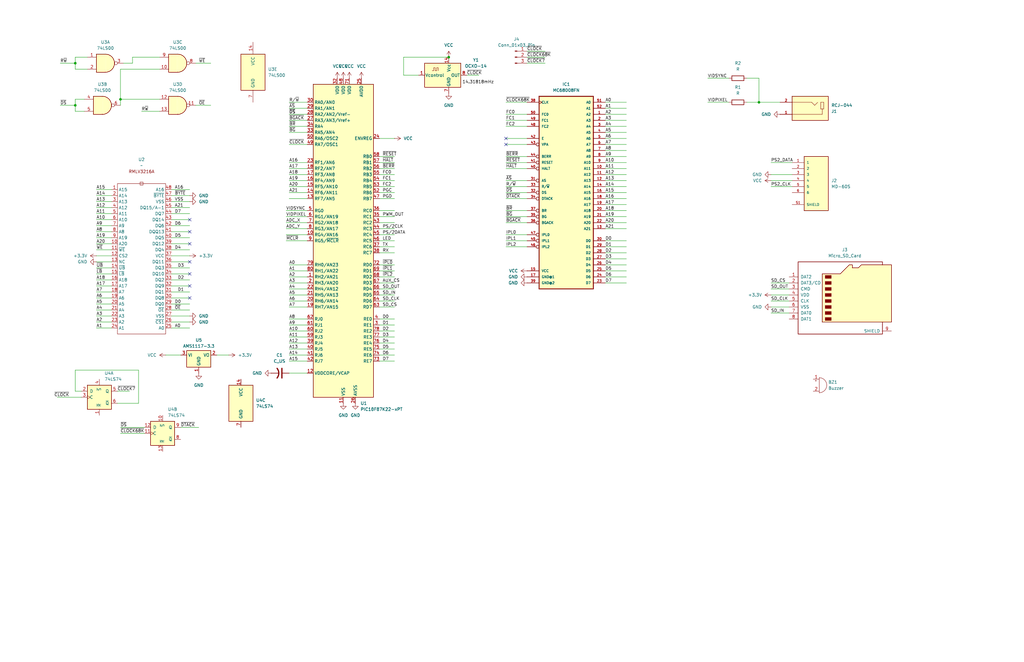
<source format=kicad_sch>
(kicad_sch (version 20250114) (generator "eeschema") (generator_version "9.0")
  (paper "B")
  (junction (at 189.23 24.13))
  (junction (at 320.04 43.18))
  (junction (at 50.8 41.91))
  (junction (at 31.75 44.45))
  (junction (at 31.75 26.67))
  (no_connect (at 80.01 125.73))
  (no_connect (at 80.01 110.49))
  (no_connect (at 80.01 92.71))
  (no_connect (at 80.01 97.79))
  (no_connect (at 213.36 58.42))
  (no_connect (at 80.01 115.57))
  (no_connect (at 80.01 120.65))
  (no_connect (at 213.36 60.96))
  (no_connect (at 80.01 102.87))
  (wire (pts (xy 255.27 101.6) (xy 264.16 101.6)))
  (wire (pts (xy 120.65 91.44) (xy 129.54 91.44)))
  (wire (pts (xy 72.39 85.09) (xy 80.01 85.09)))
  (wire (pts (xy 320.04 33.02) (xy 320.04 43.18)))
  (wire (pts (xy 160.02 114.3) (xy 166.37 114.3)))
  (wire (pts (xy 121.92 149.86) (xy 129.54 149.86)))
  (wire (pts (xy 40.64 85.09) (xy 46.99 85.09)))
  (wire (pts (xy 160.02 137.16) (xy 166.37 137.16)))
  (wire (pts (xy 82.55 44.45) (xy 88.9 44.45)))
  (wire (pts (xy 72.39 125.73) (xy 80.01 125.73)))
  (wire (pts (xy 72.39 113.03) (xy 80.01 113.03)))
  (wire (pts (xy 40.64 100.33) (xy 46.99 100.33)))
  (wire (pts (xy 213.36 104.14) (xy 222.25 104.14)))
  (wire (pts (xy 160.02 116.84) (xy 166.37 116.84)))
  (wire (pts (xy 213.36 91.44) (xy 222.25 91.44)))
  (wire (pts (xy 160.02 76.2) (xy 166.37 76.2)))
  (wire (pts (xy 170.18 24.13) (xy 170.18 31.75)))
  (wire (pts (xy 160.02 144.78) (xy 166.37 144.78)))
  (wire (pts (xy 25.4 44.45) (xy 31.75 44.45)))
  (wire (pts (xy 40.64 92.71) (xy 46.99 92.71)))
  (wire (pts (xy 40.64 90.17) (xy 46.99 90.17)))
  (wire (pts (xy 72.39 135.89) (xy 80.01 135.89)))
  (wire (pts (xy 255.27 104.14) (xy 264.16 104.14)))
  (wire (pts (xy 255.27 109.22) (xy 264.16 109.22)))
  (wire (pts (xy 58.42 170.18) (xy 58.42 156.21)))
  (wire (pts (xy 120.65 88.9) (xy 129.54 88.9)))
  (wire (pts (xy 121.92 142.24) (xy 129.54 142.24)))
  (wire (pts (xy 298.45 33.02) (xy 307.34 33.02)))
  (wire (pts (xy 121.92 147.32) (xy 129.54 147.32)))
  (wire (pts (xy 160.02 119.38) (xy 166.37 119.38)))
  (wire (pts (xy 255.27 111.76) (xy 264.16 111.76)))
  (wire (pts (xy 121.92 71.12) (xy 129.54 71.12)))
  (wire (pts (xy 255.27 76.2) (xy 264.16 76.2)))
  (wire (pts (xy 160.02 152.4) (xy 166.37 152.4)))
  (wire (pts (xy 40.64 82.55) (xy 46.99 82.55)))
  (wire (pts (xy 213.36 48.26) (xy 222.25 48.26)))
  (wire (pts (xy 49.53 165.1) (xy 54.61 165.1)))
  (wire (pts (xy 160.02 134.62) (xy 166.37 134.62)))
  (wire (pts (xy 40.64 97.79) (xy 46.99 97.79)))
  (wire (pts (xy 25.4 26.67) (xy 31.75 26.67)))
  (wire (pts (xy 189.23 24.13) (xy 170.18 24.13)))
  (wire (pts (xy 91.44 149.86) (xy 96.52 149.86)))
  (wire (pts (xy 255.27 91.44) (xy 264.16 91.44)))
  (wire (pts (xy 213.36 43.18) (xy 222.25 43.18)))
  (wire (pts (xy 213.36 60.96) (xy 222.25 60.96)))
  (wire (pts (xy 160.02 93.98) (xy 166.37 93.98)))
  (wire (pts (xy 72.39 138.43) (xy 80.01 138.43)))
  (wire (pts (xy 325.12 124.46) (xy 332.74 124.46)))
  (wire (pts (xy 213.36 81.28) (xy 222.25 81.28)))
  (wire (pts (xy 50.8 41.91) (xy 67.31 41.91)))
  (wire (pts (xy 325.12 119.38) (xy 332.74 119.38)))
  (wire (pts (xy 72.39 110.49) (xy 80.01 110.49)))
  (wire (pts (xy 40.64 110.49) (xy 46.99 110.49)))
  (wire (pts (xy 320.04 43.18) (xy 328.93 43.18)))
  (wire (pts (xy 255.27 45.72) (xy 264.16 45.72)))
  (wire (pts (xy 160.02 96.52) (xy 166.37 96.52)))
  (wire (pts (xy 40.64 128.27) (xy 46.99 128.27)))
  (wire (pts (xy 72.39 115.57) (xy 80.01 115.57)))
  (wire (pts (xy 222.25 26.67) (xy 229.87 26.67)))
  (wire (pts (xy 121.92 53.34) (xy 129.54 53.34)))
  (wire (pts (xy 120.65 96.52) (xy 129.54 96.52)))
  (wire (pts (xy 255.27 86.36) (xy 264.16 86.36)))
  (wire (pts (xy 121.92 43.18) (xy 129.54 43.18)))
  (wire (pts (xy 40.64 138.43) (xy 46.99 138.43)))
  (wire (pts (xy 40.64 107.95) (xy 46.99 107.95)))
  (wire (pts (xy 120.65 99.06) (xy 129.54 99.06)))
  (wire (pts (xy 31.75 156.21) (xy 31.75 165.1)))
  (wire (pts (xy 121.92 45.72) (xy 129.54 45.72)))
  (wire (pts (xy 213.36 66.04) (xy 222.25 66.04)))
  (wire (pts (xy 72.39 130.81) (xy 80.01 130.81)))
  (wire (pts (xy 325.12 132.08) (xy 332.74 132.08)))
  (wire (pts (xy 121.92 48.26) (xy 129.54 48.26)))
  (wire (pts (xy 160.02 78.74) (xy 166.37 78.74)))
  (wire (pts (xy 72.39 102.87) (xy 80.01 102.87)))
  (wire (pts (xy 121.92 68.58) (xy 129.54 68.58)))
  (wire (pts (xy 160.02 129.54) (xy 166.37 129.54)))
  (wire (pts (xy 121.92 83.82) (xy 129.54 83.82)))
  (wire (pts (xy 69.85 149.86) (xy 76.2 149.86)))
  (wire (pts (xy 255.27 73.66) (xy 264.16 73.66)))
  (wire (pts (xy 255.27 96.52) (xy 264.16 96.52)))
  (wire (pts (xy 160.02 142.24) (xy 166.37 142.24)))
  (wire (pts (xy 121.92 121.92) (xy 129.54 121.92)))
  (wire (pts (xy 213.36 101.6) (xy 222.25 101.6)))
  (wire (pts (xy 72.39 95.25) (xy 80.01 95.25)))
  (wire (pts (xy 213.36 88.9) (xy 222.25 88.9)))
  (wire (pts (xy 40.64 118.11) (xy 46.99 118.11)))
  (wire (pts (xy 40.64 87.63) (xy 46.99 87.63)))
  (wire (pts (xy 121.92 60.96) (xy 129.54 60.96)))
  (wire (pts (xy 213.36 68.58) (xy 222.25 68.58)))
  (wire (pts (xy 31.75 46.99) (xy 35.56 46.99)))
  (wire (pts (xy 40.64 102.87) (xy 46.99 102.87)))
  (wire (pts (xy 121.92 114.3) (xy 129.54 114.3)))
  (wire (pts (xy 121.92 81.28) (xy 129.54 81.28)))
  (wire (pts (xy 72.39 105.41) (xy 80.01 105.41)))
  (wire (pts (xy 160.02 91.44) (xy 166.37 91.44)))
  (wire (pts (xy 255.27 66.04) (xy 264.16 66.04)))
  (wire (pts (xy 72.39 133.35) (xy 80.01 133.35)))
  (wire (pts (xy 255.27 63.5) (xy 264.16 63.5)))
  (wire (pts (xy 160.02 124.46) (xy 166.37 124.46)))
  (wire (pts (xy 160.02 101.6) (xy 166.37 101.6)))
  (wire (pts (xy 55.88 26.67) (xy 55.88 24.13)))
  (wire (pts (xy 40.64 115.57) (xy 46.99 115.57)))
  (wire (pts (xy 31.75 41.91) (xy 31.75 44.45)))
  (wire (pts (xy 72.39 90.17) (xy 80.01 90.17)))
  (wire (pts (xy 255.27 60.96) (xy 264.16 60.96)))
  (wire (pts (xy 213.36 83.82) (xy 222.25 83.82)))
  (wire (pts (xy 72.39 80.01) (xy 80.01 80.01)))
  (wire (pts (xy 213.36 71.12) (xy 222.25 71.12)))
  (wire (pts (xy 121.92 116.84) (xy 129.54 116.84)))
  (wire (pts (xy 49.53 170.18) (xy 58.42 170.18)))
  (wire (pts (xy 121.92 157.48) (xy 129.54 157.48)))
  (wire (pts (xy 36.83 24.13) (xy 31.75 24.13)))
  (wire (pts (xy 255.27 83.82) (xy 264.16 83.82)))
  (wire (pts (xy 40.64 123.19) (xy 46.99 123.19)))
  (wire (pts (xy 120.65 93.98) (xy 129.54 93.98)))
  (wire (pts (xy 121.92 111.76) (xy 129.54 111.76)))
  (wire (pts (xy 222.25 24.13) (xy 229.87 24.13)))
  (wire (pts (xy 160.02 127) (xy 166.37 127)))
  (wire (pts (xy 121.92 127) (xy 129.54 127)))
  (wire (pts (xy 160.02 66.04) (xy 166.37 66.04)))
  (wire (pts (xy 160.02 106.68) (xy 166.37 106.68)))
  (wire (pts (xy 40.64 120.65) (xy 46.99 120.65)))
  (wire (pts (xy 121.92 124.46) (xy 129.54 124.46)))
  (wire (pts (xy 213.36 99.06) (xy 222.25 99.06)))
  (wire (pts (xy 160.02 83.82) (xy 166.37 83.82)))
  (wire (pts (xy 255.27 116.84) (xy 264.16 116.84)))
  (wire (pts (xy 82.55 26.67) (xy 88.9 26.67)))
  (wire (pts (xy 160.02 68.58) (xy 166.37 68.58)))
  (wire (pts (xy 255.27 48.26) (xy 264.16 48.26)))
  (wire (pts (xy 213.36 58.42) (xy 222.25 58.42)))
  (wire (pts (xy 72.39 92.71) (xy 80.01 92.71)))
  (wire (pts (xy 325.12 121.92) (xy 332.74 121.92)))
  (wire (pts (xy 40.64 135.89) (xy 46.99 135.89)))
  (wire (pts (xy 160.02 149.86) (xy 166.37 149.86)))
  (wire (pts (xy 72.39 123.19) (xy 80.01 123.19)))
  (wire (pts (xy 35.56 41.91) (xy 31.75 41.91)))
  (wire (pts (xy 160.02 121.92) (xy 166.37 121.92)))
  (wire (pts (xy 40.64 130.81) (xy 46.99 130.81)))
  (wire (pts (xy 213.36 53.34) (xy 222.25 53.34)))
  (wire (pts (xy 213.36 50.8) (xy 222.25 50.8)))
  (wire (pts (xy 255.27 43.18) (xy 264.16 43.18)))
  (wire (pts (xy 213.36 78.74) (xy 222.25 78.74)))
  (wire (pts (xy 121.92 129.54) (xy 129.54 129.54)))
  (wire (pts (xy 121.92 137.16) (xy 129.54 137.16)))
  (wire (pts (xy 255.27 50.8) (xy 264.16 50.8)))
  (wire (pts (xy 160.02 104.14) (xy 166.37 104.14)))
  (wire (pts (xy 72.39 87.63) (xy 80.01 87.63)))
  (wire (pts (xy 40.64 113.03) (xy 46.99 113.03)))
  (wire (pts (xy 325.12 127) (xy 332.74 127)))
  (wire (pts (xy 72.39 118.11) (xy 80.01 118.11)))
  (wire (pts (xy 314.96 43.18) (xy 320.04 43.18)))
  (wire (pts (xy 31.75 29.21) (xy 36.83 29.21)))
  (wire (pts (xy 255.27 71.12) (xy 264.16 71.12)))
  (wire (pts (xy 40.64 133.35) (xy 46.99 133.35)))
  (wire (pts (xy 31.75 165.1) (xy 34.29 165.1)))
  (wire (pts (xy 50.8 41.91) (xy 50.8 29.21)))
  (wire (pts (xy 121.92 73.66) (xy 129.54 73.66)))
  (wire (pts (xy 76.2 180.34) (xy 83.82 180.34)))
  (wire (pts (xy 160.02 99.06) (xy 166.37 99.06)))
  (wire (pts (xy 255.27 106.68) (xy 264.16 106.68)))
  (wire (pts (xy 255.27 81.28) (xy 264.16 81.28)))
  (wire (pts (xy 160.02 139.7) (xy 166.37 139.7)))
  (wire (pts (xy 325.12 78.74) (xy 334.01 78.74)))
  (wire (pts (xy 50.8 180.34) (xy 60.96 180.34)))
  (wire (pts (xy 121.92 144.78) (xy 129.54 144.78)))
  (wire (pts (xy 52.07 26.67) (xy 55.88 26.67)))
  (wire (pts (xy 160.02 111.76) (xy 166.37 111.76)))
  (wire (pts (xy 72.39 107.95) (xy 80.01 107.95)))
  (wire (pts (xy 121.92 78.74) (xy 129.54 78.74)))
  (wire (pts (xy 170.18 31.75) (xy 176.53 31.75)))
  (wire (pts (xy 40.64 80.01) (xy 46.99 80.01)))
  (wire (pts (xy 255.27 58.42) (xy 264.16 58.42)))
  (wire (pts (xy 50.8 182.88) (xy 60.96 182.88)))
  (wire (pts (xy 160.02 81.28) (xy 166.37 81.28)))
  (wire (pts (xy 31.75 44.45) (xy 31.75 46.99)))
  (wire (pts (xy 160.02 73.66) (xy 166.37 73.66)))
  (wire (pts (xy 255.27 114.3) (xy 264.16 114.3)))
  (wire (pts (xy 213.36 93.98) (xy 222.25 93.98)))
  (wire (pts (xy 120.65 101.6) (xy 129.54 101.6)))
  (wire (pts (xy 255.27 119.38) (xy 264.16 119.38)))
  (wire (pts (xy 40.64 105.41) (xy 46.99 105.41)))
  (wire (pts (xy 314.96 33.02) (xy 320.04 33.02)))
  (wire (pts (xy 121.92 139.7) (xy 129.54 139.7)))
  (wire (pts (xy 31.75 24.13) (xy 31.75 26.67)))
  (wire (pts (xy 121.92 50.8) (xy 129.54 50.8)))
  (wire (pts (xy 31.75 26.67) (xy 31.75 29.21)))
  (wire (pts (xy 255.27 53.34) (xy 264.16 53.34)))
  (wire (pts (xy 255.27 55.88) (xy 264.16 55.88)))
  (wire (pts (xy 55.88 24.13) (xy 67.31 24.13)))
  (wire (pts (xy 72.39 100.33) (xy 80.01 100.33)))
  (wire (pts (xy 255.27 68.58) (xy 264.16 68.58)))
  (wire (pts (xy 121.92 76.2) (xy 129.54 76.2)))
  (wire (pts (xy 213.36 76.2) (xy 222.25 76.2)))
  (wire (pts (xy 24.13 167.64) (xy 34.29 167.64)))
  (wire (pts (xy 255.27 93.98) (xy 264.16 93.98)))
  (wire (pts (xy 121.92 119.38) (xy 129.54 119.38)))
  (wire (pts (xy 160.02 71.12) (xy 166.37 71.12)))
  (wire (pts (xy 58.42 156.21) (xy 31.75 156.21)))
  (wire (pts (xy 325.12 73.66) (xy 334.01 73.66)))
  (wire (pts (xy 40.64 95.25) (xy 46.99 95.25)))
  (wire (pts (xy 325.12 68.58) (xy 334.01 68.58)))
  (wire (pts (xy 121.92 152.4) (xy 129.54 152.4)))
  (wire (pts (xy 255.27 88.9) (xy 264.16 88.9)))
  (wire (pts (xy 72.39 120.65) (xy 80.01 120.65)))
  (wire (pts (xy 40.64 125.73) (xy 46.99 125.73)))
  (wire (pts (xy 325.12 129.54) (xy 332.74 129.54)))
  (wire (pts (xy 222.25 21.59) (xy 229.87 21.59)))
  (wire (pts (xy 160.02 88.9) (xy 166.37 88.9)))
  (wire (pts (xy 72.39 97.79) (xy 80.01 97.79)))
  (wire (pts (xy 160.02 58.42) (xy 166.37 58.42)))
  (wire (pts (xy 72.39 128.27) (xy 80.01 128.27)))
  (wire (pts (xy 50.8 44.45) (xy 50.8 41.91)))
  (wire (pts (xy 196.85 31.75) (xy 201.93 31.75)))
  (wire (pts (xy 121.92 55.88) (xy 129.54 55.88)))
  (wire (pts (xy 121.92 134.62) (xy 129.54 134.62)))
  (wire (pts (xy 325.12 76.2) (xy 334.01 76.2)))
  (wire (pts (xy 298.45 43.18) (xy 307.34 43.18)))
  (wire (pts (xy 255.27 78.74) (xy 264.16 78.74)))
  (wire (pts (xy 50.8 29.21) (xy 67.31 29.21)))
  (wire (pts (xy 59.69 46.99) (xy 67.31 46.99)))
  (wire (pts (xy 160.02 147.32) (xy 166.37 147.32)))
  (wire (pts (xy 72.39 82.55) (xy 80.01 82.55)))
  (label "A3" (at 255.27 50.8 0))
  (label "~{OE}" (at 83.82 44.45 0))
  (label "~{CLOCK7}" (at 222.25 26.67 0))
  (label "A15" (at 121.92 152.4 0))
  (label "SD_IN" (at 325.12 132.08 0))
  (label "PS2_DATA" (at 325.12 68.58 0))
  (label "A4" (at 40.64 130.81 0))
  (label "FC2" (at 161.29 78.74 0))
  (label "~{DTACK}" (at 76.2 180.34 0))
  (label "~{DTACK}" (at 213.36 83.82 0))
  (label "D5" (at 73.66 100.33 0))
  (label "~{BERR}" (at 213.36 66.04 0))
  (label "~{LB}" (at 40.64 115.57 0))
  (label "D0" (at 161.29 134.62 0))
  (label "~{BERR}" (at 161.29 71.12 0))
  (label "PWM_OUT" (at 161.29 91.44 0))
  (label "A21" (at 121.92 81.28 0))
  (label "~{DS}" (at 50.8 180.34 0))
  (label "A5" (at 121.92 124.46 0))
  (label "FC2" (at 213.36 53.34 0))
  (label "~{BGACK}" (at 121.92 50.8 0))
  (label "A8" (at 121.92 134.62 0))
  (label "D2" (at 161.29 139.7 0))
  (label "D1" (at 161.29 137.16 0))
  (label "~{CLOCK68K}" (at 50.8 182.88 0))
  (label "SD_IN" (at 161.29 124.46 0))
  (label "A18" (at 121.92 73.66 0))
  (label "~{CLOCK}" (at 196.85 31.75 0))
  (label "A4" (at 255.27 53.34 0))
  (label "A12" (at 255.27 73.66 0))
  (label "A0" (at 121.92 111.76 0))
  (label "A3" (at 40.64 133.35 0))
  (label "R~{W}" (at 59.69 46.99 0))
  (label "~{CLOCK7}" (at 49.53 165.1 0))
  (label "R~{W}" (at 25.4 26.67 0))
  (label "A17" (at 121.92 71.12 0))
  (label "~{BGACK}" (at 213.36 93.98 0))
  (label "LED" (at 161.29 101.6 0))
  (label "VIDPIXEL" (at 298.45 43.18 0))
  (label "A1" (at 40.64 138.43 0))
  (label "A13" (at 40.64 85.09 0))
  (label "A7" (at 40.64 123.19 0))
  (label "RX" (at 161.29 106.68 0))
  (label "PGD" (at 161.29 83.82 0))
  (label "FC0" (at 161.29 73.66 0))
  (label "A19" (at 121.92 76.2 0))
  (label "A18" (at 255.27 88.9 0))
  (label "A12" (at 40.64 87.63 0))
  (label "D1" (at 255.27 104.14 0))
  (label "A9" (at 40.64 95.25 0))
  (label "A4" (at 121.92 121.92 0))
  (label "D5" (at 255.27 114.3 0))
  (label "D3" (at 74.93 113.03 0))
  (label "A0" (at 73.66 138.43 0))
  (label "FC1" (at 161.29 76.2 0))
  (label "D4" (at 161.29 144.78 0))
  (label "IPL0" (at 213.36 99.06 0))
  (label "D7" (at 73.66 90.17 0))
  (label "TX" (at 161.29 104.14 0))
  (label "A14" (at 121.92 149.86 0))
  (label "SD_CS" (at 161.29 129.54 0))
  (label "A1" (at 121.92 114.3 0))
  (label "A0" (at 255.27 43.18 0))
  (label "D6" (at 73.66 95.25 0))
  (label "PS{slash}2DATA" (at 161.29 99.06 0))
  (label "~{CLOCK}" (at 121.92 60.96 0))
  (label "~{IPL2}" (at 161.29 116.84 0))
  (label "D1" (at 74.93 123.19 0))
  (label "A1" (at 255.27 45.72 0))
  (label "~{RESET}" (at 213.36 68.58 0))
  (label "A2" (at 121.92 116.84 0))
  (label "A11" (at 40.64 90.17 0))
  (label "IPL2" (at 213.36 104.14 0))
  (label "14.31818mHz" (at 208.28 35.56 180))
  (label "A17" (at 40.64 120.65 0))
  (label "~{BG}" (at 213.36 91.44 0))
  (label "D0" (at 255.27 101.6 0))
  (label "ADC_X" (at 120.65 93.98 0))
  (label "A21" (at 255.27 96.52 0))
  (label "~{DS}" (at 213.36 81.28 0))
  (label "A11" (at 121.92 142.24 0))
  (label "D2" (at 74.93 118.11 0))
  (label "A2" (at 255.27 48.26 0))
  (label "~{DS}" (at 25.4 44.45 0))
  (label "~{CLOCK68K}" (at 222.25 24.13 0))
  (label "A6" (at 121.92 127 0))
  (label "PS2_CLK" (at 325.12 78.74 0))
  (label "SD_OUT" (at 325.12 121.92 0))
  (label "A20" (at 121.92 78.74 0))
  (label "A2" (at 40.64 135.89 0))
  (label "A21" (at 73.66 87.63 0))
  (label "PGC" (at 161.29 81.28 0))
  (label "~{BR}" (at 213.36 88.9 0))
  (label "A5" (at 40.64 128.27 0))
  (label "~{OE}" (at 73.66 130.81 0))
  (label "A5" (at 255.27 55.88 0))
  (label "A12" (at 121.92 144.78 0))
  (label "A10" (at 40.64 92.71 0))
  (label "R{slash}~{W}" (at 213.36 78.74 0))
  (label "D2" (at 255.27 106.68 0))
  (label "PS{slash}2CLK" (at 161.29 96.52 0))
  (label "A16" (at 73.66 80.01 0))
  (label "A14" (at 40.64 82.55 0))
  (label "A10" (at 121.92 139.7 0))
  (label "IPL1" (at 213.36 101.6 0))
  (label "~{WE}" (at 83.82 26.67 0))
  (label "~{AS}" (at 121.92 45.72 0))
  (label "D7" (at 161.29 152.4 0))
  (label "D0" (at 73.66 128.27 0))
  (label "SD_CLK" (at 161.29 127 0))
  (label "A6" (at 255.27 58.42 0))
  (label "A8" (at 255.27 63.5 0))
  (label "A15" (at 40.64 80.01 0))
  (label "D7" (at 255.27 119.38 0))
  (label "A7" (at 255.27 60.96 0))
  (label "~{DS}" (at 121.92 48.26 0))
  (label "A9" (at 255.27 66.04 0))
  (label "D6" (at 255.27 116.84 0))
  (label "A19" (at 40.64 100.33 0))
  (label "A20" (at 255.27 93.98 0))
  (label "A13" (at 121.92 147.32 0))
  (label "D4" (at 255.27 111.76 0))
  (label "D6" (at 161.29 149.86 0))
  (label "D5" (at 161.29 147.32 0))
  (label "~{IPL1}" (at 161.29 114.3 0))
  (label "A13" (at 255.27 76.2 0))
  (label "~{UB}" (at 40.64 113.03 0))
  (label "A7" (at 121.92 129.54 0))
  (label "ADC_Y" (at 120.65 96.52 0))
  (label "~{HALT}" (at 213.36 71.12 0))
  (label "D4" (at 73.66 105.41 0))
  (label "A20" (at 40.64 102.87 0))
  (label "A17" (at 255.27 86.36 0))
  (label "VIDSYNC" (at 120.65 88.9 0))
  (label "~{DS}" (at 121.92 48.26 0))
  (label "A18" (at 40.64 118.11 0))
  (label "~{AS}" (at 213.36 76.2 0))
  (label "FC0" (at 213.36 48.26 0))
  (label "A11" (at 255.27 71.12 0))
  (label "VIDSYNC" (at 298.45 33.02 0))
  (label "AUX_CS" (at 161.29 119.38 0))
  (label "~{IPL0}" (at 161.29 111.76 0))
  (label "A8" (at 40.64 97.79 0))
  (label "~{CLOCK}" (at 222.25 21.59 0))
  (label "A6" (at 40.64 125.73 0))
  (label "~{BR}" (at 121.92 53.34 0))
  (label "~{MCLR}" (at 120.65 101.6 0))
  (label "A9" (at 121.92 137.16 0))
  (label "~{CLOCK68K}" (at 213.36 43.18 0))
  (label "VIDPIXEL" (at 120.65 91.44 0))
  (label "~{RESET}" (at 161.29 66.04 0))
  (label "A3" (at 121.92 119.38 0))
  (label "VSS" (at 73.66 85.09 0))
  (label "A14" (at 255.27 78.74 0))
  (label "A19" (at 255.27 91.44 0))
  (label "A16" (at 255.27 83.82 0))
  (label "R{slash}~{W}" (at 121.92 43.18 0))
  (label "D3" (at 255.27 109.22 0))
  (label "~{BG}" (at 121.92 55.88 0))
  (label "~{WE}" (at 40.64 105.41 0))
  (label "SD_CLK" (at 325.12 127 0))
  (label "SD_OUT" (at 161.29 121.92 0))
  (label "A16" (at 121.92 68.58 0))
  (label "D3" (at 161.29 142.24 0))
  (label "FC1" (at 213.36 50.8 0))
  (label "A10" (at 255.27 68.58 0))
  (label "~{CLOCK}" (at 22.86 167.64 0))
  (label "~{BYTE}" (at 73.66 82.55 0))
  (label "~{HALT}" (at 161.29 68.58 0))
  (label "SD_CS" (at 325.12 119.38 0))
  (label "A15" (at 255.27 81.28 0))
  (symbol (lib_id "power:VCC") (at 325.12 76.2 90) (unit 1)
    (property "Reference" "#PWR027" (effects (hide yes)))
    (property "Value" "VCC" (at 321.31 76.1999 90) (effects (justify left)))
    (property "Description" "Power symbol creates a global label with name \"VCC\"" (effects (hide yes)))
  )
  (symbol (lib_id "74xx:74LS74") (at 101.6 170.18 0) (unit 3)
    (property "Reference" "U4" (at 107.95 168.9099 0) (effects (justify left)))
    (property "Value" "74LS74" (at 107.95 171.4499 0) (effects (justify left)))
    (property "Footprint" "Package_SO:SOIC-14_3.9x8.7mm_P1.27mm" (effects (hide yes)))
    (property "Datasheet" "74xx/74hc_hct74.pdf" (effects (hide yes)))
    (property "Description" "Dual D Flip-flop, Set & Reset" (effects (hide yes)))
  )
  (symbol (lib_id "power:GND") (at 328.93 48.26 270) (unit 1)
    (property "Reference" "#PWR023" (effects (hide yes)))
    (property "Value" "GND" (at 325.12 48.2599 90) (effects (justify right)))
    (property "Description" "Power symbol creates a global label with name \"GND\" , ground" (effects (hide yes)))
  )
  (symbol (lib_id "Device:R") (at 311.15 43.18 90) (unit 1)
    (property "Reference" "R1" (at 311.15 36.83 90))
    (property "Value" "R" (at 311.15 39.37 90))
    (property "Description" "Resistor" (effects (hide yes)))
  )
  (symbol (lib_id "power:GND") (at 222.25 119.38 270) (unit 1)
    (property "Reference" "#PWR04" (effects (hide yes)))
    (property "Value" "GND" (at 218.44 119.3799 90) (effects (justify right)))
    (property "Description" "Power symbol creates a global label with name \"GND\" , ground" (effects (hide yes)))
  )
  (symbol (lib_id "power:VCC") (at 152.4 33.02 0) (unit 1)
    (property "Reference" "#PWR011" (effects (hide yes)))
    (property "Value" "VCC" (at 152.4 27.94 0))
    (property "Description" "Power symbol creates a global label with name \"VCC\"" (effects (hide yes)))
  )
  (symbol (lib_id "power:VCC") (at 142.24 33.02 0) (unit 1)
    (property "Reference" "#PWR08" (effects (hide yes)))
    (property "Value" "VCC" (at 142.24 27.94 0))
    (property "Description" "Power symbol creates a global label with name \"VCC\"" (effects (hide yes)))
  )
  (symbol (lib_id "power:GND") (at 189.23 39.37 0) (unit 1)
    (property "Reference" "#PWR05" (effects (hide yes)))
    (property "Value" "GND" (at 189.23 44.45 0))
    (property "Description" "Power symbol creates a global label with name \"GND\" , ground" (effects (hide yes)))
  )
  (symbol (lib_id "74xx:74LS74") (at 68.58 182.88 0) (unit 2)
    (property "Reference" "U4" (at 70.7233 172.72 0) (effects (justify left)))
    (property "Value" "74LS74" (at 70.7233 175.26 0) (effects (justify left)))
    (property "Footprint" "Package_SO:SOIC-14_3.9x8.7mm_P1.27mm" (effects (hide yes)))
    (property "Datasheet" "74xx/74hc_hct74.pdf" (effects (hide yes)))
    (property "Description" "Dual D Flip-flop, Set & Reset" (effects (hide yes)))
  )
  (symbol (lib_id "power:GND") (at 83.82 157.48 0) (unit 1)
    (property "Reference" "#PWR014" (effects (hide yes)))
    (property "Value" "GND" (at 83.82 162.56 0))
    (property "Description" "Power symbol creates a global label with name \"GND\" , ground" (effects (hide yes)))
  )
  (symbol (lib_id "74xx:74LS00") (at 74.93 26.67 0) (unit 3)
    (property "Reference" "U3" (at 74.9217 17.78 0))
    (property "Value" "74LS00" (at 74.9217 20.32 0))
    (property "Footprint" "Package_SO:SOIC-14_3.9x8.7mm_P1.27mm" (effects (hide yes)))
    (property "Datasheet" "http://www.ti.com/lit/gpn/sn74ls00" (effects (hide yes)))
    (property "Description" "quad 2-input NAND gate" (effects (hide yes)))
  )
  (symbol (lib_id "74xx:74LS00") (at 43.18 44.45 0) (unit 2)
    (property "Reference" "U3" (at 43.1717 35.56 0))
    (property "Value" "74LS00" (at 43.1717 38.1 0))
    (property "Footprint" "Package_SO:SOIC-14_3.9x8.7mm_P1.27mm" (effects (hide yes)))
    (property "Datasheet" "http://www.ti.com/lit/gpn/sn74ls00" (effects (hide yes)))
    (property "Description" "quad 2-input NAND gate" (effects (hide yes)))
  )
  (symbol (lib_id "MCU_Microchip_PIC18:PIC18F87K22-xPT") (at 144.78 101.6 0) (unit 1)
    (property "Reference" "U1" (at 152.0033 170.18 0) (effects (justify left)))
    (property "Value" "PIC18F87K22-xPT" (at 152.0033 172.72 0) (effects (justify left)))
    (property "Footprint" "Package_QFP:TQFP-80_12x12mm_P0.5mm" (effects (hide yes)))
    (property "Datasheet" "http://ww1.microchip.com/downloads/en/DeviceDoc/39960d.pdf" (effects (hide yes)))
    (property "Description" "PIC18F nanoWatt XLP Technology MCU, 64MHz, 128KB Flash, 4KB RAM, 1KB EEPROM, 1.8-5.5V, 69 GPIO, TQFP-80" (effects (hide yes)))
  )
  (symbol (lib_id "power:+3.3V") (at 96.52 149.86 270) (unit 1)
    (property "Reference" "#PWR016" (effects (hide yes)))
    (property "Value" "+3.3V" (at 100.33 149.8599 90) (effects (justify left)))
    (property "Description" "Power symbol creates a global label with name \"+3.3V\"" (effects (hide yes)))
  )
  (symbol (lib_id "power:VCC") (at 144.78 33.02 0) (unit 1)
    (property "Reference" "#PWR09" (effects (hide yes)))
    (property "Value" "VCC" (at 144.78 27.94 0))
    (property "Description" "Power symbol creates a global label with name \"VCC\"" (effects (hide yes)))
  )
  (symbol (lib_id "RCJ-044:RCJ-044") (at 341.63 45.72 0) (mirror y) (unit 1)
    (property "Reference" "J1" (at 350.52 46.9901 0) (effects (justify right)))
    (property "Value" "RCJ-044" (at 350.52 44.4501 0) (effects (justify right)))
    (property "Footprint" "RCJ-044:CUI_RCJ-044" (effects (hide yes)))
    (property "MF" "Same Sky" (effects (hide yes)))
    (property "MAXIMUM_PACKAGE_HEIGHT" "11.6 mm" (effects (hide yes)))
    (property "Package" "None" (effects (hide yes)))
    (property "Price" "None" (effects (hide yes)))
    (property "Check_prices" "https://www.snapeda.com/parts/RCJ-044/Same+Sky/view-part/?ref=eda" (effects (hide yes)))
    (property "STANDARD" "Manufacturer Recommendations" (effects (hide yes)))
    (property "PARTREV" "1.02" (effects (hide yes)))
    (property "SnapEDA_Link" "https://www.snapeda.com/parts/RCJ-044/Same+Sky/view-part/?ref=snap" (effects (hide yes)))
    (property "MP" "RCJ-044" (effects (hide yes)))
    (property "Description_1" "Metal Right-Angle, RCA Jack, Yellow Housing and Insulation" (effects (hide yes)))
    (property "Availability" "In Stock" (effects (hide yes)))
    (property "MANUFACTURER" "CUI Devices" (effects (hide yes)))
  )
  (symbol (lib_id "power:VCC") (at 222.25 114.3 90) (unit 1)
    (property "Reference" "#PWR02" (effects (hide yes)))
    (property "Value" "VCC" (at 218.44 114.2999 90) (effects (justify left)))
    (property "Description" "Power symbol creates a global label with name \"VCC\"" (effects (hide yes)))
  )
  (symbol (lib_id "power:GND") (at 80.01 135.89 90) (unit 1)
    (property "Reference" "#PWR019" (effects (hide yes)))
    (property "Value" "GND" (at 83.82 135.8899 90) (effects (justify right)))
    (property "Description" "Power symbol creates a global label with name \"GND\" , ground" (effects (hide yes)))
  )
  (symbol (lib_id "74xx:74LS00") (at 44.45 26.67 0) (unit 1)
    (property "Reference" "U3" (at 44.4417 17.78 0))
    (property "Value" "74LS00" (at 44.4417 20.32 0))
    (property "Footprint" "Package_SO:SOIC-14_3.9x8.7mm_P1.27mm" (effects (hide yes)))
    (property "Datasheet" "http://www.ti.com/lit/gpn/sn74ls00" (effects (hide yes)))
    (property "Description" "quad 2-input NAND gate" (effects (hide yes)))
  )
  (symbol (lib_id "power:GND") (at 325.12 73.66 270) (unit 1)
    (property "Reference" "#PWR026" (effects (hide yes)))
    (property "Value" "GND" (at 321.31 73.6599 90) (effects (justify right)))
    (property "Description" "Power symbol creates a global label with name \"GND\" , ground" (effects (hide yes)))
  )
  (symbol (lib_id "power:GND") (at 144.78 170.18 0) (unit 1)
    (property "Reference" "#PWR06" (effects (hide yes)))
    (property "Value" "GND" (at 144.78 175.26 0))
    (property "Description" "Power symbol creates a global label with name \"GND\" , ground" (effects (hide yes)))
  )
  (symbol (lib_id "power:VCC") (at 69.85 149.86 90) (unit 1)
    (property "Reference" "#PWR015" (effects (hide yes)))
    (property "Value" "VCC" (at 66.04 149.8599 90) (effects (justify left)))
    (property "Description" "Power symbol creates a global label with name \"VCC\"" (effects (hide yes)))
  )
  (symbol (lib_id "power:GND") (at 325.12 129.54 270) (unit 1)
    (property "Reference" "#PWR024" (effects (hide yes)))
    (property "Value" "GND" (at 321.31 129.5399 90) (effects (justify right)))
    (property "Description" "Power symbol creates a global label with name \"GND\" , ground" (effects (hide yes)))
  )
  (symbol (lib_id "Device:R") (at 311.15 33.02 90) (unit 1)
    (property "Reference" "R2" (at 311.15 26.67 90))
    (property "Value" "R" (at 311.15 29.21 90))
    (property "Description" "Resistor" (effects (hide yes)))
  )
  (symbol (lib_id "power:VCC") (at 166.37 58.42 270) (unit 1)
    (property "Reference" "#PWR021" (effects (hide yes)))
    (property "Value" "VCC" (at 170.18 58.4199 90) (effects (justify left)))
    (property "Description" "Power symbol creates a global label with name \"VCC\"" (effects (hide yes)))
  )
  (symbol (lib_id "74xx:74LS00") (at 74.93 44.45 0) (unit 4)
    (property "Reference" "U3" (at 74.9217 35.56 0))
    (property "Value" "74LS00" (at 74.9217 38.1 0))
    (property "Footprint" "Package_SO:SOIC-14_3.9x8.7mm_P1.27mm" (effects (hide yes)))
    (property "Datasheet" "http://www.ti.com/lit/gpn/sn74ls00" (effects (hide yes)))
    (property "Description" "quad 2-input NAND gate" (effects (hide yes)))
  )
  (symbol (lib_id "Connector:Conn_01x03_Pin") (at 217.17 24.13 0) (unit 1)
    (property "Reference" "J4" (at 217.805 16.51 0))
    (property "Value" "Conn_01x03_Pin" (at 217.805 19.05 0))
    (property "Footprint" "Connector_PinHeader_2.54mm:PinHeader_1x03_P2.54mm_Vertical" (effects (hide yes)))
    (property "Description" "Generic connector, single row, 01x03, script generated" (effects (hide yes)))
  )
  (symbol (lib_id "74xx:74LS74") (at 41.91 167.64 0) (unit 1)
    (property "Reference" "U4" (at 44.0533 157.48 0) (effects (justify left)))
    (property "Value" "74LS74" (at 44.0533 160.02 0) (effects (justify left)))
    (property "Footprint" "Package_SO:SOIC-14_3.9x8.7mm_P1.27mm" (effects (hide yes)))
    (property "Datasheet" "74xx/74hc_hct74.pdf" (effects (hide yes)))
    (property "Description" "Dual D Flip-flop, Set & Reset" (effects (hide yes)))
  )
  (symbol (lib_id "power:VCC") (at 147.32 33.02 0) (unit 1)
    (property "Reference" "#PWR010" (effects (hide yes)))
    (property "Value" "VCC" (at 147.32 27.94 0))
    (property "Description" "Power symbol creates a global label with name \"VCC\"" (effects (hide yes)))
  )
  (symbol (lib_id "power:+3.3V") (at 80.01 107.95 270) (unit 1)
    (property "Reference" "#PWR017" (effects (hide yes)))
    (property "Value" "+3.3V" (at 83.82 107.9499 90) (effects (justify left)))
    (property "Description" "Power symbol creates a global label with name \"+3.3V\"" (effects (hide yes)))
  )
  (symbol (lib_id "equack2:SRAM32M") (at 55.88 105.41 0) (unit 1)
    (property "Reference" "U2" (at 59.69 67.31 0))
    (property "Value" "~" (at 59.69 69.85 0))
    (property "Footprint" "Package_SO:TSOP-I-48_18.4x12mm_P0.5mm" (effects (hide yes)))
  )
  (symbol (lib_id "power:GND") (at 149.86 170.18 0) (unit 1)
    (property "Reference" "#PWR07" (effects (hide yes)))
    (property "Value" "GND" (at 149.86 175.26 0))
    (property "Description" "Power symbol creates a global label with name \"GND\" , ground" (effects (hide yes)))
  )
  (symbol (lib_id "power:GND") (at 40.64 110.49 270) (unit 1)
    (property "Reference" "#PWR028" (effects (hide yes)))
    (property "Value" "GND" (at 36.83 110.4899 90) (effects (justify right)))
    (property "Description" "Power symbol creates a global label with name \"GND\" , ground" (effects (hide yes)))
  )
  (symbol (lib_id "power:GND") (at 80.01 82.55 90) (unit 1)
    (property "Reference" "#PWR012" (effects (hide yes)))
    (property "Value" "GND" (at 83.82 82.5499 90) (effects (justify right)))
    (property "Description" "Power symbol creates a global label with name \"GND\" , ground" (effects (hide yes)))
  )
  (symbol (lib_id "power:GND") (at 114.3 157.48 270) (unit 1)
    (property "Reference" "#PWR022" (effects (hide yes)))
    (property "Value" "GND" (at 110.49 157.4799 90) (effects (justify right)))
    (property "Description" "Power symbol creates a global label with name \"GND\" , ground" (effects (hide yes)))
  )
  (symbol (lib_id "Device:Buzzer") (at 345.44 162.56 0) (unit 1)
    (property "Reference" "BZ1" (at 349.25 161.2899 0) (effects (justify left)))
    (property "Value" "Buzzer" (at 349.25 163.8299 0) (effects (justify left)))
    (property "Description" "Buzzer, polarized" (effects (hide yes)))
  )
  (symbol (lib_id "power:GND") (at 222.25 116.84 270) (unit 1)
    (property "Reference" "#PWR03" (effects (hide yes)))
    (property "Value" "GND" (at 218.44 116.8399 90) (effects (justify right)))
    (property "Description" "Power symbol creates a global label with name \"GND\" , ground" (effects (hide yes)))
  )
  (symbol (lib_id "power:GND") (at 80.01 133.35 90) (unit 1)
    (property "Reference" "#PWR020" (effects (hide yes)))
    (property "Value" "GND" (at 83.82 133.3499 90) (effects (justify right)))
    (property "Description" "Power symbol creates a global label with name \"GND\" , ground" (effects (hide yes)))
  )
  (symbol (lib_id "Connector:Micro_SD_Card") (at 355.6 124.46 0) (unit 1)
    (property "Reference" "J3" (at 356.235 105.41 0))
    (property "Value" "Micro_SD_Card" (at 356.235 107.95 0))
    (property "Footprint" "Connector_Card:microSD_HC_Molex_47219-2001" (effects (hide yes)))
    (property "Datasheet" "https://www.we-online.com/components/products/datasheet/693072010801.pdf" (effects (hide yes)))
    (property "Description" "Micro SD Card Socket" (effects (hide yes)))
  )
  (symbol (lib_id "power:+3.3V") (at 40.64 107.95 90) (unit 1)
    (property "Reference" "#PWR018" (effects (hide yes)))
    (property "Value" "+3.3V" (at 36.83 107.9499 90) (effects (justify left)))
    (property "Description" "Power symbol creates a global label with name \"+3.3V\"" (effects (hide yes)))
  )
  (symbol (lib_id "Regulator_Linear:AMS1117-3.3") (at 83.82 149.86 0) (unit 1)
    (property "Reference" "U5" (at 83.82 143.51 0))
    (property "Value" "AMS1117-3.3" (at 83.82 146.05 0))
    (property "Footprint" "Package_TO_SOT_SMD:SOT-223-3_TabPin2" (effects (hide yes)))
    (property "Datasheet" "http://www.advanced-monolithic.com/pdf/ds1117.pdf" (effects (hide yes)))
    (property "Description" "1A Low Dropout regulator, positive, 3.3V fixed output, SOT-223" (effects (hide yes)))
  )
  (symbol (lib_id "Device:C_US") (at 118.11 157.48 270) (unit 1)
    (property "Reference" "C1" (at 117.856 149.86 90))
    (property "Value" "C_US" (at 117.856 152.4 90))
    (property "Description" "capacitor, US symbol" (effects (hide yes)))
  )
  (symbol (lib_id "power:GND") (at 80.01 85.09 90) (unit 1)
    (property "Reference" "#PWR013" (effects (hide yes)))
    (property "Value" "GND" (at 83.82 85.0899 90) (effects (justify right)))
    (property "Description" "Power symbol creates a global label with name \"GND\" , ground" (effects (hide yes)))
  )
  (symbol (lib_id "MC68008FN:MC68008FN") (at 242.57 81.28 0) (unit 1)
    (property "Reference" "IC1" (at 238.76 35.56 0))
    (property "Value" "MC68008FN" (at 238.76 38.1 0))
    (property "Footprint" "MC68008FN:PLCC52-S" (effects (hide yes)))
    (property "MF" "Motorola" (effects (hide yes)))
    (property "Package" "None" (effects (hide yes)))
    (property "Price" "None" (effects (hide yes)))
    (property "OC_FARNELL" "unknown" (effects (hide yes)))
    (property "SnapEDA_Link" "https://www.snapeda.com/parts/MC68008FN/Motorola/view-part/?ref=snap" (effects (hide yes)))
    (property "MP" "MC68008FN" (effects (hide yes)))
    (property "OC_NEWARK" "unknown" (effects (hide yes)))
    (property "Availability" "Not in stock" (effects (hide yes)))
    (property "Check_prices" "https://www.snapeda.com/parts/MC68008FN/Motorola/view-part/?ref=eda" (effects (hide yes)))
  )
  (symbol (lib_id "power:VCC") (at 189.23 24.13 0) (unit 1)
    (property "Reference" "#PWR01" (effects (hide yes)))
    (property "Value" "VCC" (at 189.23 19.05 0))
    (property "Description" "Power symbol creates a global label with name \"VCC\"" (effects (hide yes)))
  )
  (symbol (lib_id "Oscillator:OCXO-14") (at 189.23 31.75 0) (unit 1)
    (property "Reference" "Y1" (at 200.66 25.3298 0))
    (property "Value" "OCXO-14" (at 200.66 27.8698 0))
    (property "Footprint" "Oscillator:Oscillator_DIP-14" (effects (hide yes)))
    (property "Datasheet" "http://www.petermann-technik.de/fileadmin/petermann/pdf/crystal-oscillators/OCXO-14_PETERMANN-TECHNIK.pdf" (effects (hide yes)))
    (property "Description" "Voltage-Controlled Crystal Clock Oscillator, DIP14-style metal package" (effects (hide yes)))
  )
  (symbol (lib_id "MD-60S:MD-60S") (at 344.17 76.2 0) (unit 1)
    (property "Reference" "J2" (at 350.52 76.1999 0) (effects (justify left)))
    (property "Value" "MD-60S" (at 350.52 78.7399 0) (effects (justify left)))
    (property "Footprint" "MD-60S:CUI_MD-60S" (effects (hide yes)))
    (property "MF" "Same Sky" (effects (hide yes)))
    (property "MAXIMUM_PACKAGE_HEIGHT" "12.8 mm" (effects (hide yes)))
    (property "Package" "None" (effects (hide yes)))
    (property "Price" "None" (effects (hide yes)))
    (property "Check_prices" "https://www.snapeda.com/parts/MD-60S/Same+Sky/view-part/?ref=eda" (effects (hide yes)))
    (property "STANDARD" "Manufacturer Recommendations" (effects (hide yes)))
    (property "PARTREV" "02/18/2022" (effects (hide yes)))
    (property "SnapEDA_Link" "https://www.snapeda.com/parts/MD-60S/Same+Sky/view-part/?ref=snap" (effects (hide yes)))
    (property "MP" "MD-60S" (effects (hide yes)))
    (property "Description_1" "6 Pin, Mini Circular Connector w/o Shield" (effects (hide yes)))
    (property "Availability" "In Stock" (effects (hide yes)))
    (property "MANUFACTURER" "CUI" (effects (hide yes)))
  )
  (symbol (lib_id "74xx:74LS00") (at 106.68 30.48 0) (unit 5)
    (property "Reference" "U3" (at 113.03 29.2099 0) (effects (justify left)))
    (property "Value" "74LS00" (at 113.03 31.7499 0) (effects (justify left)))
    (property "Footprint" "Package_SO:SOIC-14_3.9x8.7mm_P1.27mm" (effects (hide yes)))
    (property "Datasheet" "http://www.ti.com/lit/gpn/sn74ls00" (effects (hide yes)))
    (property "Description" "quad 2-input NAND gate" (effects (hide yes)))
  )
  (symbol (lib_id "power:+3.3V") (at 325.12 124.46 90) (unit 1)
    (property "Reference" "#PWR025" (effects (hide yes)))
    (property "Value" "+3.3V" (at 321.31 124.4599 90) (effects (justify left)))
    (property "Description" "Power symbol creates a global label with name \"+3.3V\"" (effects (hide yes)))
  )
)
</source>
